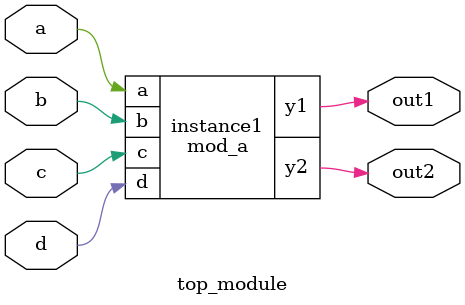
<source format=v>
module mod_a (
    output y1,   // First output
    output y2,   // Second output
    input  a,    // First input
    input  b,    // Second input
    input  c,    // Third input
    input  d     // Fourth input
);
    // Logic can be added here if needed
endmodule


//------------------------------------------------------------------------------
// Module: top_module
// Description: Top-level module that instantiates mod_a
// Connections are made by position as required by the problem.
//------------------------------------------------------------------------------
module top_module ( 
    input  a, 
    input  b, 
    input  c,
    input  d,
    output out1,
    output out2
);

    // Instantiate mod_a with **position-based connections**
    // Order: out1 -> y1, out2 -> y2, a -> a, b -> b, c -> c, d -> d
    mod_a instance1 (out1, out2, a, b, c, d);

endmodule


</source>
